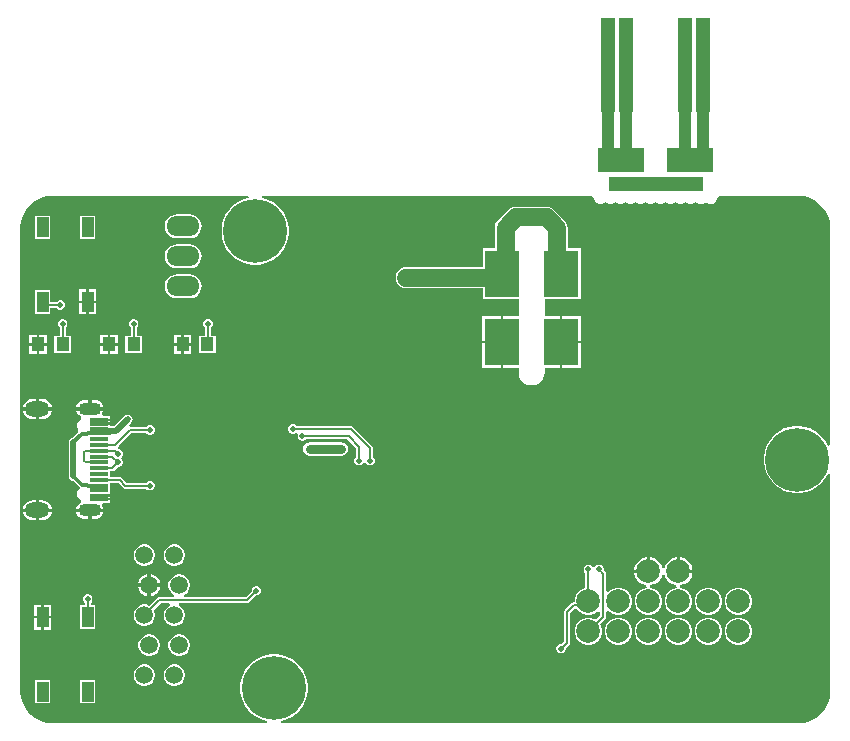
<source format=gtl>
G04*
G04 #@! TF.GenerationSoftware,Altium Limited,Altium Designer,23.2.1 (34)*
G04*
G04 Layer_Physical_Order=1*
G04 Layer_Color=255*
%FSLAX44Y44*%
%MOMM*%
G71*
G04*
G04 #@! TF.SameCoordinates,D71E7737-13ED-4BDA-A6DE-6AB0D4F083BE*
G04*
G04*
G04 #@! TF.FilePolarity,Positive*
G04*
G01*
G75*
%ADD12C,0.2000*%
%ADD16R,1.1000X1.2000*%
%ADD22R,1.3000X8.0000*%
%ADD23R,4.0000X2.0000*%
%ADD24R,8.0000X1.2000*%
%ADD25R,3.0000X4.0000*%
%ADD30C,5.4000*%
%ADD36R,1.5000X0.3200*%
%ADD37R,1.0000X1.7000*%
%ADD38C,1.5000*%
%ADD39C,1.0000*%
%ADD40C,0.8000*%
%ADD41C,0.5000*%
%ADD42C,0.3000*%
%ADD43O,2.8000X1.7000*%
%ADD44C,2.0000*%
%ADD45O,2.1000X1.3000*%
%ADD46O,1.9000X1.1000*%
%ADD47C,1.5000*%
%ADD48C,0.5000*%
%ADD49C,1.2700*%
G36*
X-202635Y222196D02*
X-202256Y221569D01*
X-202250Y221542D01*
Y220906D01*
X-201413Y218885D01*
X-199865Y217337D01*
X-197844Y216500D01*
X-195656D01*
X-193634Y217337D01*
X-192500Y218472D01*
X-191366Y217337D01*
X-189344Y216500D01*
X-187156D01*
X-185135Y217337D01*
X-184000Y218472D01*
X-182866Y217337D01*
X-180844Y216500D01*
X-178656D01*
X-176635Y217337D01*
X-175500Y218472D01*
X-174366Y217337D01*
X-172344Y216500D01*
X-170156D01*
X-168134Y217337D01*
X-167000Y218472D01*
X-165865Y217337D01*
X-163844Y216500D01*
X-161656D01*
X-159635Y217337D01*
X-158500Y218472D01*
X-157366Y217337D01*
X-155344Y216500D01*
X-153156D01*
X-151135Y217337D01*
X-150000Y218472D01*
X-148865Y217337D01*
X-146844Y216500D01*
X-144656D01*
X-142634Y217337D01*
X-141500Y218472D01*
X-140365Y217337D01*
X-138344Y216500D01*
X-136156D01*
X-134135Y217337D01*
X-133000Y218472D01*
X-131866Y217337D01*
X-129844Y216500D01*
X-127656D01*
X-125634Y217337D01*
X-124500Y218472D01*
X-123365Y217337D01*
X-121344Y216500D01*
X-119156D01*
X-117135Y217337D01*
X-116000Y218472D01*
X-114866Y217337D01*
X-112844Y216500D01*
X-110656D01*
X-108635Y217337D01*
X-107500Y218472D01*
X-106365Y217337D01*
X-104344Y216500D01*
X-102156D01*
X-100134Y217337D01*
X-98587Y218885D01*
X-97750Y220906D01*
Y221539D01*
X-97733Y221610D01*
X-97325Y222244D01*
X-95861Y223361D01*
X-30000Y223361D01*
X-28167D01*
X-24533Y222883D01*
X-20993Y221934D01*
X-17607Y220531D01*
X-14432Y218699D01*
X-11524Y216467D01*
X-8933Y213875D01*
X-6701Y210967D01*
X-4869Y207793D01*
X-3466Y204407D01*
X-2517Y200867D01*
X-2039Y197233D01*
Y195400D01*
Y12306D01*
X-4039Y11825D01*
X-5625Y14937D01*
X-8261Y18566D01*
X-11434Y21739D01*
X-15063Y24375D01*
X-19060Y26412D01*
X-23326Y27798D01*
X-27757Y28500D01*
X-32243D01*
X-36674Y27798D01*
X-40940Y26412D01*
X-44937Y24375D01*
X-48566Y21739D01*
X-51739Y18566D01*
X-54375Y14937D01*
X-56412Y10940D01*
X-57798Y6674D01*
X-58500Y2243D01*
Y-2243D01*
X-57798Y-6674D01*
X-56412Y-10940D01*
X-54375Y-14937D01*
X-51739Y-18566D01*
X-48566Y-21739D01*
X-44937Y-24375D01*
X-40940Y-26412D01*
X-36674Y-27798D01*
X-32243Y-28500D01*
X-27757D01*
X-23326Y-27798D01*
X-19060Y-26412D01*
X-15063Y-24375D01*
X-11434Y-21739D01*
X-8261Y-18566D01*
X-5625Y-14937D01*
X-4039Y-11825D01*
X-2039Y-12306D01*
Y-195400D01*
Y-197233D01*
X-2517Y-200867D01*
X-3466Y-204407D01*
X-4869Y-207793D01*
X-6701Y-210968D01*
X-8933Y-213875D01*
X-11524Y-216467D01*
X-14432Y-218699D01*
X-17607Y-220531D01*
X-20993Y-221934D01*
X-24533Y-222882D01*
X-28167Y-223361D01*
X-30000Y-223361D01*
X-467196Y-223361D01*
X-467353Y-221361D01*
X-466326Y-221198D01*
X-462060Y-219812D01*
X-458063Y-217775D01*
X-454434Y-215139D01*
X-451261Y-211966D01*
X-448625Y-208337D01*
X-446588Y-204340D01*
X-445202Y-200074D01*
X-444500Y-195643D01*
Y-191157D01*
X-445202Y-186726D01*
X-446588Y-182460D01*
X-448625Y-178463D01*
X-451261Y-174834D01*
X-454434Y-171661D01*
X-458063Y-169025D01*
X-462060Y-166988D01*
X-466326Y-165602D01*
X-470757Y-164900D01*
X-475243D01*
X-479674Y-165602D01*
X-483940Y-166988D01*
X-487937Y-169025D01*
X-491567Y-171661D01*
X-494739Y-174834D01*
X-497375Y-178463D01*
X-499412Y-182460D01*
X-500798Y-186726D01*
X-501500Y-191157D01*
Y-195643D01*
X-500798Y-200074D01*
X-499412Y-204340D01*
X-497375Y-208337D01*
X-494739Y-211966D01*
X-491567Y-215139D01*
X-487937Y-217775D01*
X-483940Y-219812D01*
X-479674Y-221198D01*
X-478647Y-221361D01*
X-478804Y-223361D01*
X-660000D01*
X-661833D01*
X-665467Y-222882D01*
X-669007Y-221934D01*
X-672393Y-220531D01*
X-675568Y-218699D01*
X-678475Y-216467D01*
X-681067Y-213876D01*
X-683299Y-210968D01*
X-685131Y-207793D01*
X-686534Y-204407D01*
X-687483Y-200867D01*
X-687961Y-197233D01*
X-687961Y-195400D01*
X-687961Y195400D01*
Y197233D01*
X-687483Y200867D01*
X-686534Y204407D01*
X-685131Y207793D01*
X-683298Y210968D01*
X-681067Y213875D01*
X-678475Y216467D01*
X-675567Y218699D01*
X-672393Y220531D01*
X-669007Y221934D01*
X-665467Y222882D01*
X-661833Y223361D01*
X-660000Y223361D01*
X-494804Y223361D01*
X-494646Y221361D01*
X-495674Y221198D01*
X-499940Y219812D01*
X-503937Y217775D01*
X-507566Y215139D01*
X-510739Y211966D01*
X-513375Y208337D01*
X-515412Y204340D01*
X-516798Y200074D01*
X-517500Y195643D01*
Y191157D01*
X-516798Y186726D01*
X-515412Y182460D01*
X-513375Y178463D01*
X-510739Y174834D01*
X-507566Y171661D01*
X-503937Y169025D01*
X-499940Y166988D01*
X-495674Y165602D01*
X-491243Y164900D01*
X-486757D01*
X-482326Y165602D01*
X-478060Y166988D01*
X-474063Y169025D01*
X-470434Y171661D01*
X-467261Y174834D01*
X-464625Y178463D01*
X-462588Y182460D01*
X-461202Y186726D01*
X-460500Y191157D01*
Y195643D01*
X-461202Y200074D01*
X-462588Y204340D01*
X-464625Y208337D01*
X-467261Y211966D01*
X-470434Y215139D01*
X-474063Y217775D01*
X-478060Y219812D01*
X-482326Y221198D01*
X-483354Y221361D01*
X-483196Y223361D01*
X-204139Y223361D01*
X-202635Y222196D01*
D02*
G37*
%LPC*%
G36*
X-544500Y207586D02*
X-555500D01*
X-558111Y207243D01*
X-560543Y206235D01*
X-562632Y204632D01*
X-564235Y202543D01*
X-565243Y200110D01*
X-565586Y197500D01*
X-565243Y194890D01*
X-564235Y192457D01*
X-562632Y190368D01*
X-560543Y188765D01*
X-558111Y187757D01*
X-555500Y187414D01*
X-544500D01*
X-541889Y187757D01*
X-539457Y188765D01*
X-537368Y190368D01*
X-535765Y192457D01*
X-534757Y194890D01*
X-534414Y197500D01*
X-534757Y200110D01*
X-535765Y202543D01*
X-537368Y204632D01*
X-539457Y206235D01*
X-541889Y207243D01*
X-544500Y207586D01*
D02*
G37*
G36*
X-624500Y206500D02*
X-637500D01*
Y186500D01*
X-624500D01*
Y206500D01*
D02*
G37*
G36*
X-662500Y206500D02*
X-675500D01*
Y186500D01*
X-662500D01*
Y206500D01*
D02*
G37*
G36*
X-544500Y182186D02*
X-555500D01*
X-558111Y181843D01*
X-560543Y180835D01*
X-562632Y179232D01*
X-564235Y177143D01*
X-565243Y174711D01*
X-565586Y172100D01*
X-565243Y169489D01*
X-564235Y167057D01*
X-562632Y164968D01*
X-560543Y163365D01*
X-558111Y162357D01*
X-555500Y162014D01*
X-544500D01*
X-541889Y162357D01*
X-539457Y163365D01*
X-537368Y164968D01*
X-535765Y167057D01*
X-534757Y169489D01*
X-534414Y172100D01*
X-534757Y174711D01*
X-535765Y177143D01*
X-537368Y179232D01*
X-539457Y180835D01*
X-541889Y181843D01*
X-544500Y182186D01*
D02*
G37*
G36*
Y156786D02*
X-555500D01*
X-558111Y156443D01*
X-560543Y155435D01*
X-562632Y153832D01*
X-564235Y151743D01*
X-565243Y149311D01*
X-565586Y146700D01*
X-565243Y144089D01*
X-564235Y141657D01*
X-562632Y139568D01*
X-560543Y137965D01*
X-558111Y136957D01*
X-555500Y136614D01*
X-544500D01*
X-541889Y136957D01*
X-539457Y137965D01*
X-537368Y139568D01*
X-535765Y141657D01*
X-534757Y144089D01*
X-534414Y146700D01*
X-534757Y149311D01*
X-535765Y151743D01*
X-537368Y153832D01*
X-539457Y155435D01*
X-541889Y156443D01*
X-544500Y156786D01*
D02*
G37*
G36*
X-624000Y144000D02*
X-630000D01*
Y134500D01*
X-624000D01*
Y144000D01*
D02*
G37*
G36*
X-632000D02*
X-638000D01*
Y134500D01*
X-632000D01*
Y144000D01*
D02*
G37*
G36*
X-662500Y143500D02*
X-675500D01*
Y123500D01*
X-662500D01*
Y128451D01*
X-657108D01*
X-656266Y127609D01*
X-654796Y127000D01*
X-653204D01*
X-651734Y127609D01*
X-650609Y128734D01*
X-650000Y130204D01*
Y131796D01*
X-650609Y133266D01*
X-651734Y134391D01*
X-653204Y135000D01*
X-654796D01*
X-656266Y134391D01*
X-657108Y133549D01*
X-662500D01*
Y143500D01*
D02*
G37*
G36*
X-624000Y132500D02*
X-630000D01*
Y123000D01*
X-624000D01*
Y132500D01*
D02*
G37*
G36*
X-632000D02*
X-638000D01*
Y123000D01*
X-632000D01*
Y132500D01*
D02*
G37*
G36*
X-213000Y121400D02*
X-229000D01*
Y100400D01*
X-213000D01*
Y121400D01*
D02*
G37*
G36*
X-281000D02*
X-297000D01*
Y100400D01*
X-281000D01*
Y121400D01*
D02*
G37*
G36*
X-543000Y105500D02*
X-549500D01*
Y98500D01*
X-543000D01*
Y105500D01*
D02*
G37*
G36*
X-551500D02*
X-558000D01*
Y98500D01*
X-551500D01*
Y105500D01*
D02*
G37*
G36*
X-605500D02*
X-612000D01*
Y98500D01*
X-605500D01*
Y105500D01*
D02*
G37*
G36*
X-614000D02*
X-620500D01*
Y98500D01*
X-614000D01*
Y105500D01*
D02*
G37*
G36*
X-665500D02*
X-672000D01*
Y98500D01*
X-665500D01*
Y105500D01*
D02*
G37*
G36*
X-674000D02*
X-680500D01*
Y98500D01*
X-674000D01*
Y105500D01*
D02*
G37*
G36*
X-528204Y119000D02*
X-529796D01*
X-531266Y118391D01*
X-532391Y117266D01*
X-533000Y115796D01*
Y114204D01*
X-532391Y112734D01*
X-531549Y111892D01*
Y105000D01*
X-536500D01*
Y90000D01*
X-522500D01*
Y105000D01*
X-526451D01*
Y111892D01*
X-525609Y112734D01*
X-525000Y114204D01*
Y115796D01*
X-525609Y117266D01*
X-526734Y118391D01*
X-528204Y119000D01*
D02*
G37*
G36*
X-591204D02*
X-592796D01*
X-594266Y118391D01*
X-595391Y117266D01*
X-596000Y115796D01*
Y114204D01*
X-595391Y112734D01*
X-594549Y111892D01*
Y105000D01*
X-599000D01*
Y90000D01*
X-585000D01*
Y105000D01*
X-589451D01*
Y111892D01*
X-588609Y112734D01*
X-588000Y114204D01*
Y115796D01*
X-588609Y117266D01*
X-589734Y118391D01*
X-591204Y119000D01*
D02*
G37*
G36*
X-651204D02*
X-652796D01*
X-654266Y118391D01*
X-655391Y117266D01*
X-656000Y115796D01*
Y114204D01*
X-655391Y112734D01*
X-654549Y111892D01*
Y105000D01*
X-659000D01*
Y90000D01*
X-645000D01*
Y105000D01*
X-649451D01*
Y111892D01*
X-648609Y112734D01*
X-648000Y114204D01*
Y115796D01*
X-648609Y117266D01*
X-649734Y118391D01*
X-651204Y119000D01*
D02*
G37*
G36*
X-543000Y96500D02*
X-549500D01*
Y89500D01*
X-543000D01*
Y96500D01*
D02*
G37*
G36*
X-551500D02*
X-558000D01*
Y89500D01*
X-551500D01*
Y96500D01*
D02*
G37*
G36*
X-605500D02*
X-612000D01*
Y89500D01*
X-605500D01*
Y96500D01*
D02*
G37*
G36*
X-614000D02*
X-620500D01*
Y89500D01*
X-614000D01*
Y96500D01*
D02*
G37*
G36*
X-665500D02*
X-672000D01*
Y89500D01*
X-665500D01*
Y96500D01*
D02*
G37*
G36*
X-674000D02*
X-680500D01*
Y89500D01*
X-674000D01*
Y96500D01*
D02*
G37*
G36*
X-213000Y98400D02*
X-229000D01*
Y77400D01*
X-213000D01*
Y98400D01*
D02*
G37*
G36*
X-281000D02*
X-297000D01*
Y77400D01*
X-281000D01*
Y98400D01*
D02*
G37*
G36*
X-242397Y214078D02*
X-268242D01*
X-270592Y213768D01*
X-272781Y212861D01*
X-274661Y211419D01*
X-283448Y202632D01*
X-284890Y200752D01*
X-285797Y198563D01*
X-286107Y196213D01*
Y178900D01*
X-296500D01*
Y163078D01*
X-361000D01*
X-363349Y162768D01*
X-365539Y161861D01*
X-367419Y160419D01*
X-368861Y158539D01*
X-369768Y156349D01*
X-370078Y154000D01*
X-369768Y151650D01*
X-368861Y149461D01*
X-367419Y147581D01*
X-365539Y146138D01*
X-363349Y145232D01*
X-361000Y144922D01*
X-296500D01*
Y135900D01*
X-266095D01*
Y121400D01*
X-279000D01*
Y99400D01*
Y77400D01*
X-266095D01*
Y73900D01*
X-265717Y71028D01*
X-264608Y68353D01*
X-262845Y66055D01*
X-260548Y64292D01*
X-257872Y63183D01*
X-255000Y62805D01*
X-252128Y63183D01*
X-249452Y64292D01*
X-247155Y66055D01*
X-245392Y68353D01*
X-244283Y71028D01*
X-243905Y73900D01*
Y77400D01*
X-231000D01*
Y99400D01*
Y121400D01*
X-243905D01*
Y135900D01*
X-213500D01*
Y178900D01*
X-224532D01*
Y196213D01*
X-224842Y198563D01*
X-225748Y200752D01*
X-227191Y202632D01*
X-235978Y211419D01*
X-237858Y212861D01*
X-240047Y213768D01*
X-242397Y214078D01*
D02*
G37*
G36*
X-669400Y51574D02*
X-671900D01*
Y44500D01*
X-661024D01*
X-661119Y45219D01*
X-661976Y47287D01*
X-663338Y49063D01*
X-665114Y50425D01*
X-667181Y51282D01*
X-669400Y51574D01*
D02*
G37*
G36*
X-674900D02*
X-677400D01*
X-679619Y51282D01*
X-681687Y50425D01*
X-683463Y49063D01*
X-684825Y47287D01*
X-685682Y45219D01*
X-685776Y44500D01*
X-674900D01*
Y51574D01*
D02*
G37*
G36*
X-625099Y50565D02*
X-627599D01*
Y44500D01*
X-617732D01*
X-617793Y44958D01*
X-618548Y46783D01*
X-619750Y48349D01*
X-621317Y49552D01*
X-623142Y50307D01*
X-625099Y50565D01*
D02*
G37*
G36*
X-630599D02*
X-633100D01*
X-635057Y50307D01*
X-636882Y49552D01*
X-638448Y48349D01*
X-639651Y46783D01*
X-640406Y44958D01*
X-640467Y44500D01*
X-630599D01*
Y50565D01*
D02*
G37*
G36*
X-661024Y41500D02*
X-671900D01*
Y34427D01*
X-669400D01*
X-667181Y34719D01*
X-665114Y35576D01*
X-663338Y36938D01*
X-661976Y38714D01*
X-661119Y40781D01*
X-661024Y41500D01*
D02*
G37*
G36*
X-674900D02*
X-685776D01*
X-685682Y40781D01*
X-684825Y38714D01*
X-683463Y36938D01*
X-681687Y35576D01*
X-679619Y34719D01*
X-677400Y34427D01*
X-674900D01*
Y41500D01*
D02*
G37*
G36*
X-617732Y41500D02*
X-629100D01*
X-640467D01*
X-640406Y41042D01*
X-639651Y39218D01*
X-638448Y37651D01*
X-636882Y36449D01*
X-636504Y36293D01*
X-636504Y34128D01*
X-637357Y33774D01*
X-638974Y32157D01*
X-639850Y30044D01*
Y27756D01*
X-638974Y25643D01*
X-638857Y25525D01*
X-639068Y22908D01*
X-643309Y18667D01*
X-644561Y18418D01*
X-645884Y17534D01*
X-646768Y16211D01*
X-647078Y14650D01*
Y-14000D01*
X-646768Y-15561D01*
X-645884Y-16884D01*
X-644561Y-17768D01*
X-643309Y-18017D01*
X-638635Y-22690D01*
X-637534Y-23840D01*
X-638698Y-25366D01*
X-638974Y-25643D01*
X-639850Y-27756D01*
Y-30044D01*
X-638974Y-32157D01*
X-637357Y-33774D01*
X-636504Y-34128D01*
X-636504Y-36293D01*
X-636882Y-36449D01*
X-638448Y-37651D01*
X-639651Y-39218D01*
X-640406Y-41042D01*
X-640467Y-41500D01*
X-629100D01*
X-617732D01*
X-617793Y-41042D01*
X-618548Y-39218D01*
X-618638Y-39100D01*
X-617652Y-37100D01*
X-611900D01*
Y-34500D01*
X-621400D01*
Y-32500D01*
X-611900D01*
Y-31500D01*
X-621400D01*
Y-29500D01*
X-611900D01*
Y-26900D01*
X-612400D01*
Y-20049D01*
X-604556D01*
X-600802Y-23802D01*
X-599976Y-24355D01*
X-599000Y-24549D01*
X-581108D01*
X-580266Y-25391D01*
X-578796Y-26000D01*
X-577204D01*
X-575734Y-25391D01*
X-574609Y-24266D01*
X-574000Y-22796D01*
Y-21204D01*
X-574609Y-19734D01*
X-575734Y-18609D01*
X-577204Y-18000D01*
X-578796D01*
X-580266Y-18609D01*
X-581108Y-19451D01*
X-597944D01*
X-601698Y-15697D01*
X-602525Y-15145D01*
X-603500Y-14951D01*
X-612400D01*
Y-10049D01*
X-610000D01*
X-609024Y-9855D01*
X-608197Y-9302D01*
X-605395Y-6500D01*
X-604204D01*
X-602734Y-5891D01*
X-601609Y-4766D01*
X-601000Y-3296D01*
Y-1704D01*
X-601609Y-234D01*
X-601787Y-57D01*
X-602530Y1250D01*
X-601787Y2557D01*
X-601609Y2734D01*
X-601000Y4204D01*
Y5796D01*
X-601609Y7266D01*
X-602734Y8391D01*
X-603482Y8701D01*
X-604428Y9330D01*
X-604438Y9345D01*
X-604926Y10172D01*
X-604972Y10482D01*
X-604749Y11382D01*
X-604188Y12207D01*
X-593944Y22451D01*
X-581108D01*
X-580266Y21609D01*
X-578796Y21000D01*
X-577204D01*
X-575734Y21609D01*
X-574609Y22734D01*
X-574000Y24204D01*
Y25796D01*
X-574609Y27266D01*
X-575734Y28391D01*
X-577204Y29000D01*
X-578796D01*
X-580266Y28391D01*
X-581108Y27549D01*
X-594855D01*
X-595142Y27881D01*
X-595804Y29428D01*
X-594116Y31116D01*
X-593893Y31450D01*
X-593609Y31734D01*
X-593455Y32105D01*
X-593232Y32439D01*
X-593154Y32833D01*
X-593000Y33204D01*
Y33606D01*
X-592922Y34000D01*
X-593000Y34394D01*
Y34796D01*
X-593154Y35167D01*
X-593232Y35561D01*
X-593455Y35895D01*
X-593609Y36266D01*
X-593893Y36550D01*
X-594116Y36884D01*
X-594450Y37107D01*
X-594734Y37391D01*
X-595105Y37545D01*
X-595439Y37768D01*
X-595833Y37846D01*
X-596204Y38000D01*
X-596606D01*
X-597000Y38078D01*
X-597394Y38000D01*
X-597796D01*
X-598167Y37846D01*
X-598561Y37768D01*
X-598895Y37545D01*
X-599266Y37391D01*
X-599550Y37107D01*
X-599884Y36884D01*
X-608689Y28078D01*
X-611000D01*
X-611788Y29500D01*
X-621400D01*
Y31500D01*
X-611900D01*
Y32500D01*
X-621400D01*
Y34500D01*
X-611900D01*
Y37100D01*
X-617652D01*
X-618638Y39100D01*
X-618548Y39218D01*
X-617793Y41042D01*
X-617732Y41500D01*
D02*
G37*
G36*
X-416000Y14608D02*
X-443000D01*
X-445146Y14181D01*
X-446965Y12965D01*
X-448181Y11146D01*
X-448608Y9000D01*
X-448181Y6854D01*
X-446965Y5035D01*
X-445146Y3819D01*
X-443000Y3392D01*
X-416000D01*
X-413854Y3819D01*
X-412035Y5035D01*
X-410819Y6854D01*
X-410392Y9000D01*
X-410819Y11146D01*
X-412035Y12965D01*
X-413854Y14181D01*
X-416000Y14608D01*
D02*
G37*
G36*
X-456204Y30000D02*
X-457796D01*
X-459266Y29391D01*
X-460391Y28266D01*
X-461000Y26796D01*
Y25204D01*
X-460391Y23734D01*
X-459266Y22609D01*
X-457796Y22000D01*
X-456204D01*
X-454734Y22609D01*
X-452847Y21668D01*
X-452729Y21451D01*
X-453000Y20796D01*
Y19204D01*
X-452391Y17734D01*
X-451266Y16609D01*
X-449796Y16000D01*
X-448204D01*
X-446734Y16609D01*
X-445892Y17451D01*
X-411056D01*
X-403549Y9944D01*
Y2108D01*
X-404391Y1266D01*
X-405000Y-204D01*
Y-1796D01*
X-404391Y-3266D01*
X-403266Y-4391D01*
X-401796Y-5000D01*
X-400204D01*
X-398734Y-4391D01*
X-397609Y-3266D01*
X-397582Y-3202D01*
X-395418D01*
X-395391Y-3266D01*
X-394266Y-4391D01*
X-392796Y-5000D01*
X-391204D01*
X-389734Y-4391D01*
X-388609Y-3266D01*
X-388000Y-1796D01*
Y-204D01*
X-388609Y1266D01*
X-389451Y2108D01*
Y9950D01*
X-389645Y10925D01*
X-390198Y11752D01*
X-406248Y27802D01*
X-407075Y28355D01*
X-408050Y28549D01*
X-453892D01*
X-454734Y29391D01*
X-456204Y30000D01*
D02*
G37*
G36*
X-669400Y-34427D02*
X-671900D01*
Y-41500D01*
X-661024D01*
X-661119Y-40781D01*
X-661976Y-38714D01*
X-663338Y-36938D01*
X-665114Y-35576D01*
X-667181Y-34719D01*
X-669400Y-34427D01*
D02*
G37*
G36*
X-674900D02*
X-677400D01*
X-679619Y-34719D01*
X-681687Y-35576D01*
X-683463Y-36938D01*
X-684825Y-38714D01*
X-685682Y-40781D01*
X-685776Y-41500D01*
X-674900D01*
Y-34427D01*
D02*
G37*
G36*
X-617732Y-44500D02*
X-627599D01*
Y-50565D01*
X-625099D01*
X-623142Y-50307D01*
X-621317Y-49552D01*
X-619750Y-48349D01*
X-618548Y-46783D01*
X-617793Y-44958D01*
X-617732Y-44500D01*
D02*
G37*
G36*
X-630600D02*
X-640467D01*
X-640406Y-44958D01*
X-639651Y-46783D01*
X-638448Y-48349D01*
X-636882Y-49552D01*
X-635057Y-50307D01*
X-633100Y-50565D01*
X-630600D01*
Y-44500D01*
D02*
G37*
G36*
X-661024D02*
X-671900D01*
Y-51574D01*
X-669400D01*
X-667181Y-51282D01*
X-665114Y-50425D01*
X-663338Y-49063D01*
X-661976Y-47287D01*
X-661119Y-45219D01*
X-661024Y-44500D01*
D02*
G37*
G36*
X-674900D02*
X-685776D01*
X-685682Y-45219D01*
X-684825Y-47287D01*
X-683463Y-49063D01*
X-681687Y-50425D01*
X-679619Y-51282D01*
X-677400Y-51574D01*
X-674900D01*
Y-44500D01*
D02*
G37*
G36*
X-556315Y-71900D02*
X-558685D01*
X-560974Y-72513D01*
X-563026Y-73698D01*
X-564702Y-75374D01*
X-565887Y-77426D01*
X-566500Y-79715D01*
Y-82085D01*
X-565887Y-84374D01*
X-564702Y-86426D01*
X-563026Y-88102D01*
X-560974Y-89287D01*
X-558685Y-89900D01*
X-556315D01*
X-554026Y-89287D01*
X-551974Y-88102D01*
X-550298Y-86426D01*
X-549113Y-84374D01*
X-548500Y-82085D01*
Y-79715D01*
X-549113Y-77426D01*
X-550298Y-75374D01*
X-551974Y-73698D01*
X-554026Y-72513D01*
X-556315Y-71900D01*
D02*
G37*
G36*
X-581715D02*
X-584085D01*
X-586374Y-72513D01*
X-588426Y-73698D01*
X-590102Y-75374D01*
X-591287Y-77426D01*
X-591900Y-79715D01*
Y-82085D01*
X-591287Y-84374D01*
X-590102Y-86426D01*
X-588426Y-88102D01*
X-586374Y-89287D01*
X-584085Y-89900D01*
X-581715D01*
X-579426Y-89287D01*
X-577374Y-88102D01*
X-575698Y-86426D01*
X-574513Y-84374D01*
X-573900Y-82085D01*
Y-79715D01*
X-574513Y-77426D01*
X-575698Y-75374D01*
X-577374Y-73698D01*
X-579426Y-72513D01*
X-581715Y-71900D01*
D02*
G37*
G36*
X-197204Y-89000D02*
X-198796D01*
X-200266Y-89609D01*
X-201391Y-90734D01*
X-201418Y-90798D01*
X-203582D01*
X-203609Y-90734D01*
X-204734Y-89609D01*
X-206204Y-89000D01*
X-207796D01*
X-209266Y-89609D01*
X-210391Y-90734D01*
X-211000Y-92204D01*
Y-93796D01*
X-210391Y-95266D01*
X-209549Y-96108D01*
Y-108777D01*
X-211439Y-109284D01*
X-214061Y-110798D01*
X-216202Y-112939D01*
X-217716Y-115561D01*
X-218500Y-118486D01*
Y-120895D01*
X-219444D01*
X-220420Y-121089D01*
X-221246Y-121642D01*
X-226802Y-127198D01*
X-227355Y-128025D01*
X-227549Y-129000D01*
Y-153944D01*
X-229605Y-156000D01*
X-230796D01*
X-232266Y-156609D01*
X-233391Y-157734D01*
X-234000Y-159204D01*
Y-160796D01*
X-233391Y-162266D01*
X-232266Y-163391D01*
X-230796Y-164000D01*
X-229204D01*
X-227734Y-163391D01*
X-226609Y-162266D01*
X-226000Y-160796D01*
Y-159605D01*
X-223198Y-156802D01*
X-222645Y-155976D01*
X-222451Y-155000D01*
Y-130056D01*
X-218648Y-126253D01*
X-216568Y-126427D01*
X-216202Y-127061D01*
X-214061Y-129202D01*
X-211439Y-130716D01*
X-208514Y-131500D01*
X-205486D01*
X-202561Y-130716D01*
X-199939Y-129202D01*
X-199049Y-128312D01*
X-197049Y-129141D01*
Y-131844D01*
X-200867Y-135662D01*
X-202561Y-134684D01*
X-205486Y-133900D01*
X-208514D01*
X-211439Y-134684D01*
X-214061Y-136198D01*
X-216202Y-138339D01*
X-217716Y-140961D01*
X-218500Y-143886D01*
Y-146914D01*
X-217716Y-149839D01*
X-216202Y-152461D01*
X-214061Y-154602D01*
X-211439Y-156116D01*
X-208514Y-156900D01*
X-205486D01*
X-202561Y-156116D01*
X-199939Y-154602D01*
X-197798Y-152461D01*
X-196284Y-149839D01*
X-195500Y-146914D01*
Y-143886D01*
X-196284Y-140961D01*
X-197262Y-139267D01*
X-192698Y-134702D01*
X-192145Y-133875D01*
X-191951Y-132900D01*
Y-128741D01*
X-190596Y-128180D01*
X-190596Y-128180D01*
X-189951Y-127912D01*
X-188661Y-129202D01*
X-186039Y-130716D01*
X-183114Y-131500D01*
X-180086D01*
X-177161Y-130716D01*
X-174539Y-129202D01*
X-172398Y-127061D01*
X-170884Y-124439D01*
X-170100Y-121514D01*
Y-118486D01*
X-170884Y-115561D01*
X-172398Y-112939D01*
X-174539Y-110798D01*
X-177161Y-109284D01*
X-180086Y-108500D01*
X-183114D01*
X-186039Y-109284D01*
X-188661Y-110798D01*
X-189951Y-112087D01*
X-190030Y-112055D01*
X-190596Y-111820D01*
X-190596Y-111820D01*
X-191951Y-111259D01*
Y-96500D01*
X-192145Y-95525D01*
X-192698Y-94698D01*
X-194000Y-93395D01*
Y-92204D01*
X-194609Y-90734D01*
X-195734Y-89609D01*
X-197204Y-89000D01*
D02*
G37*
G36*
X-132300Y-82600D02*
X-132380D01*
X-135432Y-83418D01*
X-138168Y-84998D01*
X-140402Y-87232D01*
X-141982Y-89968D01*
X-142465Y-91769D01*
X-144535D01*
X-145018Y-89968D01*
X-146598Y-87232D01*
X-148832Y-84998D01*
X-151568Y-83418D01*
X-154620Y-82600D01*
X-154700D01*
Y-94600D01*
X-156200D01*
Y-96100D01*
X-168200D01*
Y-96180D01*
X-167382Y-99232D01*
X-165802Y-101968D01*
X-163568Y-104202D01*
X-160832Y-105782D01*
X-157780Y-106600D01*
X-157714Y-108500D01*
X-160639Y-109284D01*
X-163261Y-110798D01*
X-165402Y-112939D01*
X-166916Y-115561D01*
X-167700Y-118486D01*
Y-121514D01*
X-166916Y-124439D01*
X-165402Y-127061D01*
X-163261Y-129202D01*
X-160639Y-130716D01*
X-157714Y-131500D01*
X-154686D01*
X-151761Y-130716D01*
X-149139Y-129202D01*
X-146998Y-127061D01*
X-145484Y-124439D01*
X-144700Y-121514D01*
Y-118486D01*
X-145484Y-115561D01*
X-146998Y-112939D01*
X-149139Y-110798D01*
X-151761Y-109284D01*
X-154686Y-108500D01*
X-154620Y-106600D01*
X-151568Y-105782D01*
X-148832Y-104202D01*
X-146598Y-101968D01*
X-145018Y-99232D01*
X-144535Y-97431D01*
X-142465D01*
X-141982Y-99232D01*
X-140402Y-101968D01*
X-138168Y-104202D01*
X-135432Y-105782D01*
X-132380Y-106600D01*
X-132314Y-108500D01*
X-135239Y-109284D01*
X-137861Y-110798D01*
X-140002Y-112939D01*
X-141516Y-115561D01*
X-142300Y-118486D01*
Y-121514D01*
X-141516Y-124439D01*
X-140002Y-127061D01*
X-137861Y-129202D01*
X-135239Y-130716D01*
X-132314Y-131500D01*
X-129286D01*
X-126361Y-130716D01*
X-123739Y-129202D01*
X-121598Y-127061D01*
X-120084Y-124439D01*
X-119300Y-121514D01*
Y-118486D01*
X-120084Y-115561D01*
X-121598Y-112939D01*
X-123739Y-110798D01*
X-126361Y-109284D01*
X-129286Y-108500D01*
X-129220Y-106600D01*
X-126168Y-105782D01*
X-123432Y-104202D01*
X-121198Y-101968D01*
X-119618Y-99232D01*
X-118800Y-96180D01*
Y-96100D01*
X-130800D01*
Y-94600D01*
X-132300D01*
Y-82600D01*
D02*
G37*
G36*
X-129220D02*
X-129300D01*
Y-93100D01*
X-118800D01*
Y-93020D01*
X-119618Y-89968D01*
X-121198Y-87232D01*
X-123432Y-84998D01*
X-126168Y-83418D01*
X-129220Y-82600D01*
D02*
G37*
G36*
X-157700D02*
X-157780D01*
X-160832Y-83418D01*
X-163568Y-84998D01*
X-165802Y-87232D01*
X-167382Y-89968D01*
X-168200Y-93020D01*
Y-93100D01*
X-157700D01*
Y-82600D01*
D02*
G37*
G36*
X-577400Y-96867D02*
Y-104800D01*
X-569467D01*
X-570047Y-102633D01*
X-571298Y-100467D01*
X-573067Y-98698D01*
X-575233Y-97447D01*
X-577400Y-96867D01*
D02*
G37*
G36*
X-580400D02*
X-582567Y-97447D01*
X-584733Y-98698D01*
X-586502Y-100467D01*
X-587753Y-102633D01*
X-588333Y-104800D01*
X-580400D01*
Y-96867D01*
D02*
G37*
G36*
X-569467Y-107800D02*
X-577400D01*
Y-115733D01*
X-575233Y-115153D01*
X-573067Y-113902D01*
X-571298Y-112133D01*
X-570047Y-109967D01*
X-569467Y-107800D01*
D02*
G37*
G36*
X-580400D02*
X-588333D01*
X-587753Y-109967D01*
X-586502Y-112133D01*
X-584733Y-113902D01*
X-582567Y-115153D01*
X-580400Y-115733D01*
Y-107800D01*
D02*
G37*
G36*
X-78486Y-108500D02*
X-81514D01*
X-84439Y-109284D01*
X-87061Y-110798D01*
X-89202Y-112939D01*
X-90716Y-115561D01*
X-91500Y-118486D01*
Y-121514D01*
X-90716Y-124439D01*
X-89202Y-127061D01*
X-87061Y-129202D01*
X-84439Y-130716D01*
X-81514Y-131500D01*
X-78486D01*
X-75561Y-130716D01*
X-72939Y-129202D01*
X-70798Y-127061D01*
X-69284Y-124439D01*
X-68500Y-121514D01*
Y-118486D01*
X-69284Y-115561D01*
X-70798Y-112939D01*
X-72939Y-110798D01*
X-75561Y-109284D01*
X-78486Y-108500D01*
D02*
G37*
G36*
X-103886D02*
X-106914D01*
X-109839Y-109284D01*
X-112461Y-110798D01*
X-114602Y-112939D01*
X-116116Y-115561D01*
X-116900Y-118486D01*
Y-121514D01*
X-116116Y-124439D01*
X-114602Y-127061D01*
X-112461Y-129202D01*
X-109839Y-130716D01*
X-106914Y-131500D01*
X-103886D01*
X-100961Y-130716D01*
X-98339Y-129202D01*
X-96198Y-127061D01*
X-94684Y-124439D01*
X-93900Y-121514D01*
Y-118486D01*
X-94684Y-115561D01*
X-96198Y-112939D01*
X-98339Y-110798D01*
X-100961Y-109284D01*
X-103886Y-108500D01*
D02*
G37*
G36*
X-662000Y-123000D02*
X-668000D01*
Y-132500D01*
X-662000D01*
Y-123000D01*
D02*
G37*
G36*
X-670000D02*
X-676000D01*
Y-132500D01*
X-670000D01*
Y-123000D01*
D02*
G37*
G36*
X-552315Y-97300D02*
X-554685D01*
X-556974Y-97913D01*
X-559026Y-99098D01*
X-560702Y-100774D01*
X-561887Y-102826D01*
X-562500Y-105115D01*
Y-107485D01*
X-561887Y-109774D01*
X-560702Y-111826D01*
X-559026Y-113502D01*
X-557382Y-114451D01*
X-557728Y-116451D01*
X-570200D01*
X-571175Y-116645D01*
X-572002Y-117198D01*
X-578597Y-123792D01*
X-579426Y-123313D01*
X-581715Y-122700D01*
X-584085D01*
X-586374Y-123313D01*
X-588426Y-124498D01*
X-590102Y-126174D01*
X-591287Y-128226D01*
X-591900Y-130515D01*
Y-132885D01*
X-591287Y-135174D01*
X-590102Y-137226D01*
X-588426Y-138902D01*
X-586374Y-140087D01*
X-584085Y-140700D01*
X-581715D01*
X-579426Y-140087D01*
X-577374Y-138902D01*
X-575698Y-137226D01*
X-574513Y-135174D01*
X-573900Y-132885D01*
Y-130515D01*
X-574513Y-128226D01*
X-574992Y-127397D01*
X-569144Y-121549D01*
X-561728D01*
X-561382Y-123549D01*
X-563026Y-124498D01*
X-564702Y-126174D01*
X-565887Y-128226D01*
X-566500Y-130515D01*
Y-132885D01*
X-565887Y-135174D01*
X-564702Y-137226D01*
X-563026Y-138902D01*
X-560974Y-140087D01*
X-558685Y-140700D01*
X-556315D01*
X-554026Y-140087D01*
X-551974Y-138902D01*
X-550298Y-137226D01*
X-549113Y-135174D01*
X-548500Y-132885D01*
Y-130515D01*
X-549113Y-128226D01*
X-550298Y-126174D01*
X-551974Y-124498D01*
X-553618Y-123549D01*
X-553272Y-121549D01*
X-496000D01*
X-495024Y-121355D01*
X-494198Y-120802D01*
X-488395Y-115000D01*
X-487204D01*
X-485734Y-114391D01*
X-484609Y-113266D01*
X-484000Y-111796D01*
Y-110204D01*
X-484609Y-108734D01*
X-485734Y-107609D01*
X-487204Y-107000D01*
X-488796D01*
X-490266Y-107609D01*
X-491391Y-108734D01*
X-492000Y-110204D01*
Y-111395D01*
X-497056Y-116451D01*
X-549272D01*
X-549618Y-114451D01*
X-547974Y-113502D01*
X-546298Y-111826D01*
X-545113Y-109774D01*
X-544500Y-107485D01*
Y-105115D01*
X-545113Y-102826D01*
X-546298Y-100774D01*
X-547974Y-99098D01*
X-550026Y-97913D01*
X-552315Y-97300D01*
D02*
G37*
G36*
X-630204Y-114000D02*
X-631796D01*
X-633266Y-114609D01*
X-634391Y-115734D01*
X-635000Y-117204D01*
Y-118796D01*
X-634391Y-120266D01*
X-633549Y-121108D01*
Y-123500D01*
X-637500D01*
Y-143500D01*
X-624500D01*
Y-123500D01*
X-628451D01*
Y-121108D01*
X-627609Y-120266D01*
X-627000Y-118796D01*
Y-117204D01*
X-627609Y-115734D01*
X-628734Y-114609D01*
X-630204Y-114000D01*
D02*
G37*
G36*
X-662000Y-134500D02*
X-668000D01*
Y-144000D01*
X-662000D01*
Y-134500D01*
D02*
G37*
G36*
X-670000D02*
X-676000D01*
Y-144000D01*
X-670000D01*
Y-134500D01*
D02*
G37*
G36*
X-78486Y-133900D02*
X-81514D01*
X-84439Y-134684D01*
X-87061Y-136198D01*
X-89202Y-138339D01*
X-90716Y-140961D01*
X-91500Y-143886D01*
Y-146914D01*
X-90716Y-149839D01*
X-89202Y-152461D01*
X-87061Y-154602D01*
X-84439Y-156116D01*
X-81514Y-156900D01*
X-78486D01*
X-75561Y-156116D01*
X-72939Y-154602D01*
X-70798Y-152461D01*
X-69284Y-149839D01*
X-68500Y-146914D01*
Y-143886D01*
X-69284Y-140961D01*
X-70798Y-138339D01*
X-72939Y-136198D01*
X-75561Y-134684D01*
X-78486Y-133900D01*
D02*
G37*
G36*
X-103886D02*
X-106914D01*
X-109839Y-134684D01*
X-112461Y-136198D01*
X-114602Y-138339D01*
X-116116Y-140961D01*
X-116900Y-143886D01*
Y-146914D01*
X-116116Y-149839D01*
X-114602Y-152461D01*
X-112461Y-154602D01*
X-109839Y-156116D01*
X-106914Y-156900D01*
X-103886D01*
X-100961Y-156116D01*
X-98339Y-154602D01*
X-96198Y-152461D01*
X-94684Y-149839D01*
X-93900Y-146914D01*
Y-143886D01*
X-94684Y-140961D01*
X-96198Y-138339D01*
X-98339Y-136198D01*
X-100961Y-134684D01*
X-103886Y-133900D01*
D02*
G37*
G36*
X-129286D02*
X-132314D01*
X-135239Y-134684D01*
X-137861Y-136198D01*
X-140002Y-138339D01*
X-141516Y-140961D01*
X-142300Y-143886D01*
Y-146914D01*
X-141516Y-149839D01*
X-140002Y-152461D01*
X-137861Y-154602D01*
X-135239Y-156116D01*
X-132314Y-156900D01*
X-129286D01*
X-126361Y-156116D01*
X-123739Y-154602D01*
X-121598Y-152461D01*
X-120084Y-149839D01*
X-119300Y-146914D01*
Y-143886D01*
X-120084Y-140961D01*
X-121598Y-138339D01*
X-123739Y-136198D01*
X-126361Y-134684D01*
X-129286Y-133900D01*
D02*
G37*
G36*
X-154686D02*
X-157714D01*
X-160639Y-134684D01*
X-163261Y-136198D01*
X-165402Y-138339D01*
X-166916Y-140961D01*
X-167700Y-143886D01*
Y-146914D01*
X-166916Y-149839D01*
X-165402Y-152461D01*
X-163261Y-154602D01*
X-160639Y-156116D01*
X-157714Y-156900D01*
X-154686D01*
X-151761Y-156116D01*
X-149139Y-154602D01*
X-146998Y-152461D01*
X-145484Y-149839D01*
X-144700Y-146914D01*
Y-143886D01*
X-145484Y-140961D01*
X-146998Y-138339D01*
X-149139Y-136198D01*
X-151761Y-134684D01*
X-154686Y-133900D01*
D02*
G37*
G36*
X-180086D02*
X-183114D01*
X-186039Y-134684D01*
X-188661Y-136198D01*
X-190802Y-138339D01*
X-192316Y-140961D01*
X-193100Y-143886D01*
Y-146914D01*
X-192316Y-149839D01*
X-190802Y-152461D01*
X-188661Y-154602D01*
X-186039Y-156116D01*
X-183114Y-156900D01*
X-180086D01*
X-177161Y-156116D01*
X-174539Y-154602D01*
X-172398Y-152461D01*
X-170884Y-149839D01*
X-170100Y-146914D01*
Y-143886D01*
X-170884Y-140961D01*
X-172398Y-138339D01*
X-174539Y-136198D01*
X-177161Y-134684D01*
X-180086Y-133900D01*
D02*
G37*
G36*
X-552315Y-148100D02*
X-554685D01*
X-556974Y-148713D01*
X-559026Y-149898D01*
X-560702Y-151574D01*
X-561887Y-153626D01*
X-562500Y-155915D01*
Y-158285D01*
X-561887Y-160574D01*
X-560702Y-162626D01*
X-559026Y-164302D01*
X-556974Y-165487D01*
X-554685Y-166100D01*
X-552315D01*
X-550026Y-165487D01*
X-547974Y-164302D01*
X-546298Y-162626D01*
X-545113Y-160574D01*
X-544500Y-158285D01*
Y-155915D01*
X-545113Y-153626D01*
X-546298Y-151574D01*
X-547974Y-149898D01*
X-550026Y-148713D01*
X-552315Y-148100D01*
D02*
G37*
G36*
X-577715D02*
X-580085D01*
X-582374Y-148713D01*
X-584426Y-149898D01*
X-586102Y-151574D01*
X-587287Y-153626D01*
X-587900Y-155915D01*
Y-158285D01*
X-587287Y-160574D01*
X-586102Y-162626D01*
X-584426Y-164302D01*
X-582374Y-165487D01*
X-580085Y-166100D01*
X-577715D01*
X-575426Y-165487D01*
X-573374Y-164302D01*
X-571698Y-162626D01*
X-570513Y-160574D01*
X-569900Y-158285D01*
Y-155915D01*
X-570513Y-153626D01*
X-571698Y-151574D01*
X-573374Y-149898D01*
X-575426Y-148713D01*
X-577715Y-148100D01*
D02*
G37*
G36*
X-556315Y-173500D02*
X-558685D01*
X-560974Y-174113D01*
X-563026Y-175298D01*
X-564702Y-176974D01*
X-565887Y-179026D01*
X-566500Y-181315D01*
Y-183685D01*
X-565887Y-185974D01*
X-564702Y-188026D01*
X-563026Y-189702D01*
X-560974Y-190887D01*
X-558685Y-191500D01*
X-556315D01*
X-554026Y-190887D01*
X-551974Y-189702D01*
X-550298Y-188026D01*
X-549113Y-185974D01*
X-548500Y-183685D01*
Y-181315D01*
X-549113Y-179026D01*
X-550298Y-176974D01*
X-551974Y-175298D01*
X-554026Y-174113D01*
X-556315Y-173500D01*
D02*
G37*
G36*
X-581715D02*
X-584085D01*
X-586374Y-174113D01*
X-588426Y-175298D01*
X-590102Y-176974D01*
X-591287Y-179026D01*
X-591900Y-181315D01*
Y-183685D01*
X-591287Y-185974D01*
X-590102Y-188026D01*
X-588426Y-189702D01*
X-586374Y-190887D01*
X-584085Y-191500D01*
X-581715D01*
X-579426Y-190887D01*
X-577374Y-189702D01*
X-575698Y-188026D01*
X-574513Y-185974D01*
X-573900Y-183685D01*
Y-181315D01*
X-574513Y-179026D01*
X-575698Y-176974D01*
X-577374Y-175298D01*
X-579426Y-174113D01*
X-581715Y-173500D01*
D02*
G37*
G36*
X-624500Y-186500D02*
X-637500D01*
Y-206500D01*
X-624500D01*
Y-186500D01*
D02*
G37*
G36*
X-662500D02*
X-675500D01*
Y-206500D01*
X-662500D01*
Y-186500D01*
D02*
G37*
%LPD*%
D12*
X-666500Y131000D02*
X-654000D01*
X-669000Y133500D02*
X-666500Y131000D01*
X-401000Y-1000D02*
Y11000D01*
X-410000Y20000D02*
X-401000Y11000D01*
X-449000Y20000D02*
X-410000D01*
X-457000Y26000D02*
X-408050D01*
X-392000Y9950D01*
Y-1000D02*
Y9950D01*
X-529000Y98000D02*
Y115000D01*
X-529500Y97500D02*
X-529000Y98000D01*
X-592000Y97500D02*
X-592000Y97500D01*
X-592000Y97500D02*
Y115000D01*
X-652000Y97500D02*
Y115000D01*
X-631000Y-133500D02*
Y-118000D01*
X-631000Y-133500D02*
X-631000Y-133500D01*
X-225000Y-155000D02*
Y-129000D01*
X-230000Y-160000D02*
X-225000Y-155000D01*
X-210444Y-123444D02*
X-207000Y-120000D01*
X-219444Y-123444D02*
X-210444D01*
X-225000Y-129000D02*
X-219444Y-123444D01*
X-570200Y-119000D02*
X-496000D01*
X-582900Y-131700D02*
X-570200Y-119000D01*
X-496000D02*
X-488000Y-111000D01*
X-198000Y-93000D02*
X-194500Y-96500D01*
Y-132900D02*
Y-96500D01*
X-207000Y-145400D02*
X-194500Y-132900D01*
X-207000Y-120000D02*
Y-93000D01*
X-599000Y-22000D02*
X-578000D01*
X-621400Y-17500D02*
X-603500D01*
X-599000Y-22000D01*
X-595000Y25000D02*
X-578000D01*
X-621400Y12500D02*
X-607500D01*
X-595000Y25000D01*
X-610000Y2500D02*
X-605000Y-2500D01*
X-607500Y7500D02*
X-605000Y5000D01*
X-621400Y7500D02*
X-607500D01*
X-634000Y-1000D02*
Y6328D01*
X-632828Y7500D02*
X-621400D01*
X-634000Y6328D02*
X-632828Y7500D01*
X-632500Y-2500D02*
X-621400D01*
X-634000Y-1000D02*
X-632500Y-2500D01*
X-621400Y2500D02*
X-610000D01*
X-621400Y-7500D02*
X-610000D01*
X-605000Y-2500D01*
D16*
X-529500Y97500D02*
D03*
X-550500D02*
D03*
X-592000D02*
D03*
X-613000D02*
D03*
X-652000D02*
D03*
X-673000D02*
D03*
D22*
X-175000Y334000D02*
D03*
X-190000D02*
D03*
X-110000D02*
D03*
X-125000D02*
D03*
D23*
X-121000Y254000D02*
D03*
X-179000D02*
D03*
D24*
X-150000Y233000D02*
D03*
D25*
X-230000Y99400D02*
D03*
Y157400D02*
D03*
X-280000D02*
D03*
Y99400D02*
D03*
D30*
X-473000Y-193400D02*
D03*
X-489000Y193400D02*
D03*
X-30000Y0D02*
D03*
D36*
X-621400Y33500D02*
D03*
Y30500D02*
D03*
Y25500D02*
D03*
Y22500D02*
D03*
Y17500D02*
D03*
Y12500D02*
D03*
Y7500D02*
D03*
Y2500D02*
D03*
Y-2500D02*
D03*
Y-7500D02*
D03*
Y-12500D02*
D03*
Y-17500D02*
D03*
Y-22500D02*
D03*
Y-25500D02*
D03*
Y-30500D02*
D03*
Y-33500D02*
D03*
D37*
X-669000Y-133500D02*
D03*
Y-196500D02*
D03*
X-631000Y-133500D02*
D03*
Y-196500D02*
D03*
X-631000Y133500D02*
D03*
Y196500D02*
D03*
X-669000Y133500D02*
D03*
Y196500D02*
D03*
D38*
X-277029Y196213D02*
X-268242Y205000D01*
X-277029Y156971D02*
Y196213D01*
X-268242Y205000D02*
X-242397D01*
X-233610Y157610D02*
Y196213D01*
X-280000Y154000D02*
X-277029Y156971D01*
X-242397Y205000D02*
X-233610Y196213D01*
X-361000Y154000D02*
X-280000D01*
X-233610Y157610D02*
X-230000Y154000D01*
D39*
X-190000Y259000D02*
Y309000D01*
Y259000D02*
X-185000Y254000D01*
X-179000D01*
X-175000Y258000D02*
Y309000D01*
X-179000Y254000D02*
X-175000Y258000D01*
X-115000Y254000D02*
X-110000Y259000D01*
Y309000D01*
X-121000Y254000D02*
X-115000D01*
X-125000Y258000D02*
Y309000D01*
Y258000D02*
X-121000Y254000D01*
D40*
X-443000Y9000D02*
X-416000D01*
D41*
X-607000Y24000D02*
X-597000Y34000D01*
X-611000Y24000D02*
X-607000D01*
X-643000Y-14000D02*
Y14650D01*
D42*
X-621400Y25500D02*
X-621300Y25400D01*
X-612400D01*
X-611000Y24000D01*
X-621300Y22600D02*
X-612400D01*
X-611000Y24000D01*
X-621400Y22500D02*
X-621300Y22600D01*
X-630347Y22400D02*
X-621500D01*
X-631097Y21650D02*
X-630347Y22400D01*
X-636000Y21650D02*
X-631097D01*
X-621500Y22400D02*
X-621400Y22500D01*
X-643000Y14650D02*
X-636000Y21650D01*
X-631097Y-21650D02*
X-630347Y-22400D01*
X-635350Y-21650D02*
X-631097D01*
X-643000Y-14000D02*
X-635350Y-21650D01*
X-621500Y-22400D02*
X-621400Y-22500D01*
X-630347Y-22400D02*
X-621500D01*
D43*
X-550000Y197500D02*
D03*
Y146700D02*
D03*
Y172100D02*
D03*
D44*
X-156200Y-94600D02*
D03*
X-130800D02*
D03*
X-105400Y-145400D02*
D03*
X-80000Y-120000D02*
D03*
X-207000Y-145400D02*
D03*
X-130800D02*
D03*
X-156200Y-120000D02*
D03*
Y-145400D02*
D03*
X-130800Y-120000D02*
D03*
X-207000D02*
D03*
X-181600Y-145400D02*
D03*
Y-120000D02*
D03*
X-80000Y-145400D02*
D03*
X-105400Y-120000D02*
D03*
D45*
X-673400Y-43000D02*
D03*
Y43000D02*
D03*
D46*
X-629100Y-43000D02*
D03*
Y43000D02*
D03*
D47*
X-557500Y-80900D02*
D03*
X-582900D02*
D03*
X-578900Y-106300D02*
D03*
X-582900Y-131700D02*
D03*
X-553500Y-106300D02*
D03*
X-582900Y-182500D02*
D03*
X-557500D02*
D03*
X-578900Y-157100D02*
D03*
X-557500Y-131700D02*
D03*
X-553500Y-157100D02*
D03*
D48*
X-383000Y-39000D02*
D03*
X-311000Y-14000D02*
D03*
X-307000Y-86000D02*
D03*
X-384000Y-88000D02*
D03*
X-277000Y-85000D02*
D03*
X-609000Y43000D02*
D03*
X-606000Y-43000D02*
D03*
Y-32000D02*
D03*
X-609000Y34000D02*
D03*
X-650000Y-199000D02*
D03*
X-612000Y-135000D02*
D03*
X-143000Y-133000D02*
D03*
Y-174000D02*
D03*
X-230000Y-115000D02*
D03*
X-368000Y75000D02*
D03*
Y127000D02*
D03*
X-629000Y94000D02*
D03*
X-647000Y194000D02*
D03*
X-534846Y57864D02*
D03*
X-522000Y205000D02*
D03*
X-451000Y59000D02*
D03*
X-447892Y153008D02*
D03*
X-277397Y47763D02*
D03*
X-321000Y209000D02*
D03*
X-208000Y189000D02*
D03*
X-174336Y89670D02*
D03*
X-120000Y179000D02*
D03*
X-36000Y123000D02*
D03*
X-39000Y201000D02*
D03*
X-286000Y-3000D02*
D03*
X-186000Y-12000D02*
D03*
X-126000Y-64000D02*
D03*
X-90000Y-93000D02*
D03*
X-43363Y-80824D02*
D03*
X-46000Y-188000D02*
D03*
X-183000Y-203000D02*
D03*
X-246000Y-145000D02*
D03*
X-305000Y-207000D02*
D03*
X-300000Y-139000D02*
D03*
X-410000Y-120000D02*
D03*
X-444000Y-155000D02*
D03*
X-513000Y-148000D02*
D03*
X-530000Y-202000D02*
D03*
X-473000Y10000D02*
D03*
X-458000Y-53000D02*
D03*
X-456000Y-85000D02*
D03*
X-501000Y-67000D02*
D03*
X-526000Y-43000D02*
D03*
X-492000Y-22000D02*
D03*
X-521000Y7000D02*
D03*
X-546000Y25000D02*
D03*
X-545000Y-22000D02*
D03*
X-358000Y-75000D02*
D03*
X-410000Y-65000D02*
D03*
X-413000Y-29000D02*
D03*
X-447000Y-20000D02*
D03*
X-654000Y131000D02*
D03*
X-457000Y26000D02*
D03*
X-392000Y-1000D02*
D03*
X-401000D02*
D03*
X-449000Y20000D02*
D03*
X-529000Y115000D02*
D03*
X-592000D02*
D03*
X-652000D02*
D03*
X-631000Y-118000D02*
D03*
X-230000Y-160000D02*
D03*
X-488000Y-111000D02*
D03*
X-416000Y9000D02*
D03*
X-443000D02*
D03*
X-198000Y-93000D02*
D03*
X-207000D02*
D03*
X-578000Y-22000D02*
D03*
Y25000D02*
D03*
X-361000Y154000D02*
D03*
X-597000Y34000D02*
D03*
Y11000D02*
D03*
Y-9000D02*
D03*
X-605000Y-2500D02*
D03*
Y5000D02*
D03*
D49*
X-121000Y254000D02*
D03*
X-179000D02*
D03*
M02*

</source>
